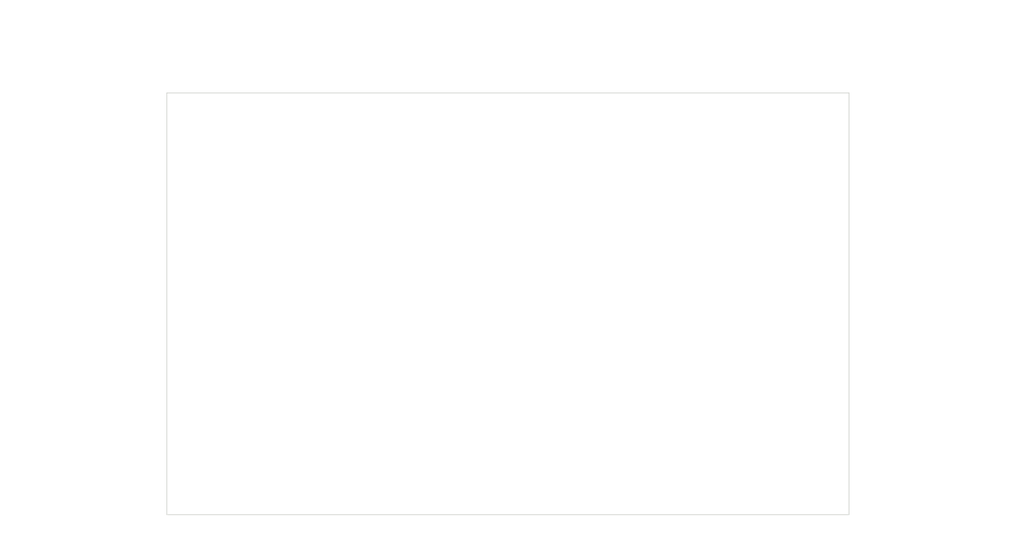
<source format=kicad_pcb>
(kicad_pcb (version 20171130) (host pcbnew "(5.1.4-0)")

  (general
    (thickness 1.6)
    (drawings 17)
    (tracks 0)
    (zones 0)
    (modules 0)
    (nets 1)
  )

  (page A4)
  (layers
    (0 F.Cu signal)
    (31 B.Cu signal)
    (32 B.Adhes user)
    (33 F.Adhes user)
    (34 B.Paste user)
    (35 F.Paste user)
    (36 B.SilkS user)
    (37 F.SilkS user)
    (38 B.Mask user)
    (39 F.Mask user)
    (40 Dwgs.User user)
    (41 Cmts.User user)
    (42 Eco1.User user)
    (43 Eco2.User user)
    (44 Edge.Cuts user)
    (45 Margin user)
    (46 B.CrtYd user)
    (47 F.CrtYd user)
    (48 B.Fab user)
    (49 F.Fab user)
  )

  (setup
    (last_trace_width 0.25)
    (trace_clearance 0.2)
    (zone_clearance 0.508)
    (zone_45_only no)
    (trace_min 0.2)
    (via_size 0.6)
    (via_drill 0.4)
    (via_min_size 0.4)
    (via_min_drill 0.3)
    (uvia_size 0.3)
    (uvia_drill 0.1)
    (uvias_allowed no)
    (uvia_min_size 0.2)
    (uvia_min_drill 0.1)
    (edge_width 0.1)
    (segment_width 0.2)
    (pcb_text_width 0.3)
    (pcb_text_size 1.5 1.5)
    (mod_edge_width 0.15)
    (mod_text_size 1 1)
    (mod_text_width 0.15)
    (pad_size 1.5 1.5)
    (pad_drill 0.6)
    (pad_to_mask_clearance 0)
    (aux_axis_origin 0 0)
    (visible_elements FFFFFF7F)
    (pcbplotparams
      (layerselection 0x00030_80000001)
      (usegerberextensions false)
      (usegerberattributes false)
      (usegerberadvancedattributes false)
      (creategerberjobfile false)
      (excludeedgelayer true)
      (linewidth 0.100000)
      (plotframeref false)
      (viasonmask false)
      (mode 1)
      (useauxorigin false)
      (hpglpennumber 1)
      (hpglpenspeed 20)
      (hpglpendiameter 15.000000)
      (psnegative false)
      (psa4output false)
      (plotreference true)
      (plotvalue true)
      (plotinvisibletext false)
      (padsonsilk false)
      (subtractmaskfromsilk false)
      (outputformat 1)
      (mirror false)
      (drillshape 1)
      (scaleselection 1)
      (outputdirectory ""))
  )

  (net 0 "")

  (net_class Default "This is the default net class."
    (clearance 0.2)
    (trace_width 0.25)
    (via_dia 0.6)
    (via_drill 0.4)
    (uvia_dia 0.3)
    (uvia_drill 0.1)
  )

  (dimension 55.99 (width 0.15) (layer Dwgs.User)
    (gr_text "55.990 mm" (at 180.89 88.225 90) (layer Dwgs.User)
      (effects (font (size 1 1) (thickness 0.15)))
    )
    (feature1 (pts (xy 157.63 60.23) (xy 180.176421 60.23)))
    (feature2 (pts (xy 157.63 116.22) (xy 180.176421 116.22)))
    (crossbar (pts (xy 179.59 116.22) (xy 179.59 60.23)))
    (arrow1a (pts (xy 179.59 60.23) (xy 180.176421 61.356504)))
    (arrow1b (pts (xy 179.59 60.23) (xy 179.003579 61.356504)))
    (arrow2a (pts (xy 179.59 116.22) (xy 180.176421 115.093496)))
    (arrow2b (pts (xy 179.59 116.22) (xy 179.003579 115.093496)))
  )
  (gr_line (start 68.47458 60.23624) (end 68.47458 116.21784) (layer Edge.Cuts) (width 0.1) (tstamp 5E7CCF61))
  (gr_line (start 159.02558 60.23624) (end 159.02558 116.21784) (layer Edge.Cuts) (width 0.1) (tstamp 5E7CCF1F))
  (gr_circle (center 74.990931 69.99746) (end 76.790931 69.99746) (layer Dwgs.User) (width 0.15) (tstamp 5E7CCC77))
  (gr_circle (center 74.990931 69.99746) (end 78.790931 69.19746) (layer Dwgs.User) (width 0.15) (tstamp 5E7CCC76))
  (gr_circle (center 74.990931 106.49746) (end 76.790931 106.49746) (layer Dwgs.User) (width 0.15) (tstamp 5E7CCC77))
  (gr_circle (center 74.990931 106.49746) (end 78.790931 105.69746) (layer Dwgs.User) (width 0.15) (tstamp 5E7CCC76))
  (gr_circle (center 152.490931 106.49746) (end 154.290931 106.49746) (layer Dwgs.User) (width 0.15) (tstamp 5E7CCC77))
  (gr_circle (center 152.490931 106.49746) (end 156.290931 105.69746) (layer Dwgs.User) (width 0.15) (tstamp 5E7CCC76))
  (gr_circle (center 152.5 70) (end 156.3 69.2) (layer Dwgs.User) (width 0.15))
  (gr_circle (center 152.5 70) (end 154.3 70) (layer Dwgs.User) (width 0.15))
  (dimension 36.498953 (width 0.15) (layer Dwgs.User)
    (gr_text "36.500 mm" (at 175.1 88.249476 270) (layer Dwgs.User)
      (effects (font (size 1 1) (thickness 0.15)))
    )
    (feature1 (pts (xy 152.5 106.498953) (xy 174.386421 106.498953)))
    (feature2 (pts (xy 152.5 70) (xy 174.386421 70)))
    (crossbar (pts (xy 173.8 70) (xy 173.8 106.498953)))
    (arrow1a (pts (xy 173.8 106.498953) (xy 173.213579 105.372449)))
    (arrow1b (pts (xy 173.8 106.498953) (xy 174.386421 105.372449)))
    (arrow2a (pts (xy 173.8 70) (xy 173.213579 71.126504)))
    (arrow2b (pts (xy 173.8 70) (xy 174.386421 71.126504)))
  )
  (dimension 36.5 (width 0.15) (layer Dwgs.User)
    (gr_text "36.500 mm" (at 50 88.25 270) (layer Dwgs.User)
      (effects (font (size 1 1) (thickness 0.15)))
    )
    (feature1 (pts (xy 75 106.5) (xy 50.713579 106.5)))
    (feature2 (pts (xy 75 70) (xy 50.713579 70)))
    (crossbar (pts (xy 51.3 70) (xy 51.3 106.5)))
    (arrow1a (pts (xy 51.3 106.5) (xy 50.713579 105.373496)))
    (arrow1b (pts (xy 51.3 106.5) (xy 51.886421 105.373496)))
    (arrow2a (pts (xy 51.3 70) (xy 50.713579 71.126504)))
    (arrow2b (pts (xy 51.3 70) (xy 51.886421 71.126504)))
  )
  (dimension 77.5 (width 0.15) (layer Dwgs.User)
    (gr_text "77.500 mm" (at 113.75 48.6) (layer Dwgs.User)
      (effects (font (size 1 1) (thickness 0.15)))
    )
    (feature1 (pts (xy 152.5 70) (xy 152.5 49.313579)))
    (feature2 (pts (xy 75 70) (xy 75 49.313579)))
    (crossbar (pts (xy 75 49.9) (xy 152.5 49.9)))
    (arrow1a (pts (xy 152.5 49.9) (xy 151.373496 50.486421)))
    (arrow1b (pts (xy 152.5 49.9) (xy 151.373496 49.313579)))
    (arrow2a (pts (xy 75 49.9) (xy 76.126504 50.486421)))
    (arrow2b (pts (xy 75 49.9) (xy 76.126504 49.313579)))
  )
  (gr_line (start 68.47458 60.23624) (end 159.02558 60.23624) (layer Edge.Cuts) (width 0.1) (tstamp 5E7B9357))
  (gr_line (start 68.49998 116.21784) (end 159.00018 116.21784) (layer Edge.Cuts) (width 0.1))
  (dimension 90.5002 (width 0.15) (layer Dwgs.User)
    (gr_text "90.500 mm" (at 113.75008 122.72484) (layer Dwgs.User)
      (effects (font (size 1 1) (thickness 0.15)))
    )
    (feature1 (pts (xy 159.00018 114.56684) (xy 159.00018 122.011261)))
    (feature2 (pts (xy 68.49998 114.56684) (xy 68.49998 122.011261)))
    (crossbar (pts (xy 68.49998 121.42484) (xy 159.00018 121.42484)))
    (arrow1a (pts (xy 159.00018 121.42484) (xy 157.873676 122.011261)))
    (arrow1b (pts (xy 159.00018 121.42484) (xy 157.873676 120.838419)))
    (arrow2a (pts (xy 68.49998 121.42484) (xy 69.626484 122.011261)))
    (arrow2b (pts (xy 68.49998 121.42484) (xy 69.626484 120.838419)))
  )

)

</source>
